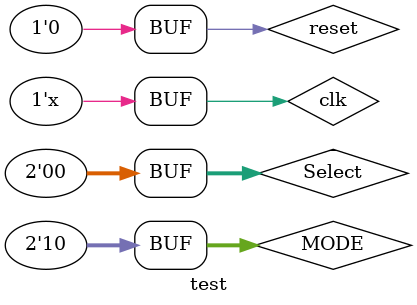
<source format=v>
`timescale 1ns / 1ps


module test;

	// Inputs
	reg [1:0] Select;
	reg [1:0] MODE;
	reg clk;
	reg reset;

	// Outputs
	wire [7:0] LED;

	// Instantiate the Unit Under Test (UUT)
	topmodule uut (
		.Select(Select), 
		.MODE(MODE), 
		.clk(clk), 
		.reset(reset), 
		.LED(LED)
	);

initial begin		
clk = 0;
Select = 2;
MODE = 0;
reset = 0;
#10;

reset = 1;
#10;

reset = 0;
#3000000;

reset = 1;
MODE = 1;
#1000000;

reset = 0;
#17000000;

reset = 1;
MODE = 2;
#1000000;

reset = 0;
#16000000;

Select = 1;
reset = 1;
MODE = 0;
#10000000;

reset = 0;
#30000000;

reset = 1;
MODE = 1;
#10000000;

reset = 0;
#170000000;

reset = 1;
MODE = 2;
#10000000;

reset = 0;
#160000000;

Select = 3;
reset = 1;
MODE = 0;
#100000;

reset = 0;
#300000;

reset = 1;
MODE = 1;
#100000;

reset = 0;
#1700000;

reset = 1;
MODE = 2;
#100000;

reset = 0;
#1600000;

Select = 0;
reset = 1;
MODE = 0;
#100000;

reset = 0;
#300000000;

reset = 1;
MODE = 1;
#100000000;

reset = 0;
#1700000000;

reset = 1;
MODE = 2;
#100000000;

reset = 0;
  end always
   begin
#10; clk = ~clk;

	end
      
endmodule


</source>
